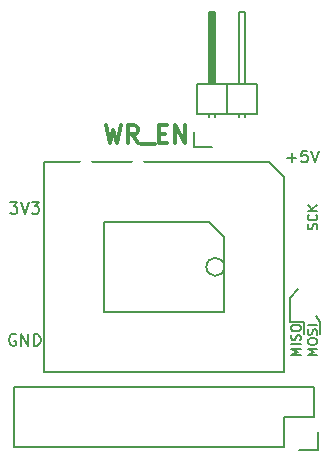
<source format=gbr>
G04 #@! TF.FileFunction,Legend,Top*
%FSLAX46Y46*%
G04 Gerber Fmt 4.6, Leading zero omitted, Abs format (unit mm)*
G04 Created by KiCad (PCBNEW (2015-10-03 BZR 6242)-product) date Sat 14 Nov 2015 03:55:45 PM EET*
%MOMM*%
G01*
G04 APERTURE LIST*
%ADD10C,0.100000*%
%ADD11C,0.200000*%
%ADD12C,0.300000*%
%ADD13C,0.150000*%
%ADD14R,2.432000X1.162000*%
%ADD15R,1.162000X2.432000*%
%ADD16C,2.000000*%
%ADD17C,1.309320*%
%ADD18R,2.432000X2.432000*%
%ADD19O,2.432000X2.432000*%
%ADD20R,2.127200X2.127200*%
%ADD21O,2.127200X2.127200*%
%ADD22R,2.432000X2.127200*%
%ADD23O,2.432000X2.127200*%
%ADD24C,1.900000*%
G04 APERTURE END LIST*
D10*
D11*
X158988286Y-97455029D02*
X159750191Y-97455029D01*
X159369239Y-97835981D02*
X159369239Y-97074076D01*
X160702572Y-96835981D02*
X160226381Y-96835981D01*
X160178762Y-97312171D01*
X160226381Y-97264552D01*
X160321619Y-97216933D01*
X160559715Y-97216933D01*
X160654953Y-97264552D01*
X160702572Y-97312171D01*
X160750191Y-97407410D01*
X160750191Y-97645505D01*
X160702572Y-97740743D01*
X160654953Y-97788362D01*
X160559715Y-97835981D01*
X160321619Y-97835981D01*
X160226381Y-97788362D01*
X160178762Y-97740743D01*
X161035905Y-96835981D02*
X161369238Y-97835981D01*
X161702572Y-96835981D01*
X161798000Y-111379000D02*
X161798000Y-112395000D01*
X161417000Y-110871000D02*
X161798000Y-111379000D01*
X160127905Y-114160143D02*
X159327905Y-114160143D01*
X159899333Y-113893476D01*
X159327905Y-113626809D01*
X160127905Y-113626809D01*
X160127905Y-113245857D02*
X159327905Y-113245857D01*
X160089810Y-112903000D02*
X160127905Y-112788714D01*
X160127905Y-112598238D01*
X160089810Y-112522048D01*
X160051714Y-112483952D01*
X159975524Y-112445857D01*
X159899333Y-112445857D01*
X159823143Y-112483952D01*
X159785048Y-112522048D01*
X159746952Y-112598238D01*
X159708857Y-112750619D01*
X159670762Y-112826810D01*
X159632667Y-112864905D01*
X159556476Y-112903000D01*
X159480286Y-112903000D01*
X159404095Y-112864905D01*
X159366000Y-112826810D01*
X159327905Y-112750619D01*
X159327905Y-112560143D01*
X159366000Y-112445857D01*
X159327905Y-111950619D02*
X159327905Y-111798238D01*
X159366000Y-111722047D01*
X159442190Y-111645857D01*
X159594571Y-111607762D01*
X159861238Y-111607762D01*
X160013619Y-111645857D01*
X160089810Y-111722047D01*
X160127905Y-111798238D01*
X160127905Y-111950619D01*
X160089810Y-112026809D01*
X160013619Y-112103000D01*
X159861238Y-112141095D01*
X159594571Y-112141095D01*
X159442190Y-112103000D01*
X159366000Y-112026809D01*
X159327905Y-111950619D01*
X160401000Y-111379000D02*
X160401000Y-112395000D01*
X159258000Y-111379000D02*
X160401000Y-111379000D01*
X159258000Y-109347000D02*
X159258000Y-111379000D01*
X159893000Y-108585000D02*
X159258000Y-109347000D01*
X161524905Y-114160143D02*
X160724905Y-114160143D01*
X161296333Y-113893476D01*
X160724905Y-113626809D01*
X161524905Y-113626809D01*
X160724905Y-113093476D02*
X160724905Y-112941095D01*
X160763000Y-112864904D01*
X160839190Y-112788714D01*
X160991571Y-112750619D01*
X161258238Y-112750619D01*
X161410619Y-112788714D01*
X161486810Y-112864904D01*
X161524905Y-112941095D01*
X161524905Y-113093476D01*
X161486810Y-113169666D01*
X161410619Y-113245857D01*
X161258238Y-113283952D01*
X160991571Y-113283952D01*
X160839190Y-113245857D01*
X160763000Y-113169666D01*
X160724905Y-113093476D01*
X161486810Y-112445857D02*
X161524905Y-112331571D01*
X161524905Y-112141095D01*
X161486810Y-112064905D01*
X161448714Y-112026809D01*
X161372524Y-111988714D01*
X161296333Y-111988714D01*
X161220143Y-112026809D01*
X161182048Y-112064905D01*
X161143952Y-112141095D01*
X161105857Y-112293476D01*
X161067762Y-112369667D01*
X161029667Y-112407762D01*
X160953476Y-112445857D01*
X160877286Y-112445857D01*
X160801095Y-112407762D01*
X160763000Y-112369667D01*
X160724905Y-112293476D01*
X160724905Y-112103000D01*
X160763000Y-111988714D01*
X161524905Y-111645857D02*
X160724905Y-111645857D01*
X161486810Y-103517571D02*
X161524905Y-103403285D01*
X161524905Y-103212809D01*
X161486810Y-103136619D01*
X161448714Y-103098523D01*
X161372524Y-103060428D01*
X161296333Y-103060428D01*
X161220143Y-103098523D01*
X161182048Y-103136619D01*
X161143952Y-103212809D01*
X161105857Y-103365190D01*
X161067762Y-103441381D01*
X161029667Y-103479476D01*
X160953476Y-103517571D01*
X160877286Y-103517571D01*
X160801095Y-103479476D01*
X160763000Y-103441381D01*
X160724905Y-103365190D01*
X160724905Y-103174714D01*
X160763000Y-103060428D01*
X161448714Y-102260428D02*
X161486810Y-102298523D01*
X161524905Y-102412809D01*
X161524905Y-102488999D01*
X161486810Y-102603285D01*
X161410619Y-102679476D01*
X161334429Y-102717571D01*
X161182048Y-102755666D01*
X161067762Y-102755666D01*
X160915381Y-102717571D01*
X160839190Y-102679476D01*
X160763000Y-102603285D01*
X160724905Y-102488999D01*
X160724905Y-102412809D01*
X160763000Y-102298523D01*
X160801095Y-102260428D01*
X161524905Y-101917571D02*
X160724905Y-101917571D01*
X161524905Y-101460428D02*
X161067762Y-101803285D01*
X160724905Y-101460428D02*
X161182048Y-101917571D01*
X136017096Y-112403000D02*
X135921858Y-112355381D01*
X135779001Y-112355381D01*
X135636143Y-112403000D01*
X135540905Y-112498238D01*
X135493286Y-112593476D01*
X135445667Y-112783952D01*
X135445667Y-112926810D01*
X135493286Y-113117286D01*
X135540905Y-113212524D01*
X135636143Y-113307762D01*
X135779001Y-113355381D01*
X135874239Y-113355381D01*
X136017096Y-113307762D01*
X136064715Y-113260143D01*
X136064715Y-112926810D01*
X135874239Y-112926810D01*
X136493286Y-113355381D02*
X136493286Y-112355381D01*
X137064715Y-113355381D01*
X137064715Y-112355381D01*
X137540905Y-113355381D02*
X137540905Y-112355381D01*
X137779000Y-112355381D01*
X137921858Y-112403000D01*
X138017096Y-112498238D01*
X138064715Y-112593476D01*
X138112334Y-112783952D01*
X138112334Y-112926810D01*
X138064715Y-113117286D01*
X138017096Y-113212524D01*
X137921858Y-113307762D01*
X137779000Y-113355381D01*
X137540905Y-113355381D01*
X135540905Y-101179381D02*
X136159953Y-101179381D01*
X135826619Y-101560333D01*
X135969477Y-101560333D01*
X136064715Y-101607952D01*
X136112334Y-101655571D01*
X136159953Y-101750810D01*
X136159953Y-101988905D01*
X136112334Y-102084143D01*
X136064715Y-102131762D01*
X135969477Y-102179381D01*
X135683762Y-102179381D01*
X135588524Y-102131762D01*
X135540905Y-102084143D01*
X136445667Y-101179381D02*
X136779000Y-102179381D01*
X137112334Y-101179381D01*
X137350429Y-101179381D02*
X137969477Y-101179381D01*
X137636143Y-101560333D01*
X137779001Y-101560333D01*
X137874239Y-101607952D01*
X137921858Y-101655571D01*
X137969477Y-101750810D01*
X137969477Y-101988905D01*
X137921858Y-102084143D01*
X137874239Y-102131762D01*
X137779001Y-102179381D01*
X137493286Y-102179381D01*
X137398048Y-102131762D01*
X137350429Y-102084143D01*
D12*
X143637429Y-94682571D02*
X143994572Y-96182571D01*
X144280286Y-95111143D01*
X144566000Y-96182571D01*
X144923143Y-94682571D01*
X146351715Y-96182571D02*
X145851715Y-95468286D01*
X145494572Y-96182571D02*
X145494572Y-94682571D01*
X146066000Y-94682571D01*
X146208858Y-94754000D01*
X146280286Y-94825429D01*
X146351715Y-94968286D01*
X146351715Y-95182571D01*
X146280286Y-95325429D01*
X146208858Y-95396857D01*
X146066000Y-95468286D01*
X145494572Y-95468286D01*
X146637429Y-96325429D02*
X147780286Y-96325429D01*
X148137429Y-95396857D02*
X148637429Y-95396857D01*
X148851715Y-96182571D02*
X148137429Y-96182571D01*
X148137429Y-94682571D01*
X148851715Y-94682571D01*
X149494572Y-96182571D02*
X149494572Y-94682571D01*
X150351715Y-96182571D01*
X150351715Y-94682571D01*
D13*
X153670000Y-106680000D02*
G75*
G03X153670000Y-106680000I-762000J0D01*
G01*
X153670000Y-110490000D02*
X153670000Y-104140000D01*
X153670000Y-104140000D02*
X152400000Y-102870000D01*
X152400000Y-102870000D02*
X143510000Y-102870000D01*
X143510000Y-102870000D02*
X143510000Y-110490000D01*
X143510000Y-110490000D02*
X153670000Y-110490000D01*
X155575000Y-115570000D02*
X138430000Y-115570000D01*
X138430000Y-115570000D02*
X138430000Y-97790000D01*
X138430000Y-97790000D02*
X157480000Y-97790000D01*
X157480000Y-97790000D02*
X158750000Y-99060000D01*
X158750000Y-99060000D02*
X158750000Y-115570000D01*
X158750000Y-115570000D02*
X155575000Y-115570000D01*
X151104000Y-96550000D02*
X152654000Y-96550000D01*
X151104000Y-95250000D02*
X151104000Y-96550000D01*
X152527000Y-91059000D02*
X152527000Y-85217000D01*
X152527000Y-85217000D02*
X152781000Y-85217000D01*
X152781000Y-85217000D02*
X152781000Y-91059000D01*
X152781000Y-91059000D02*
X152654000Y-91059000D01*
X152654000Y-91059000D02*
X152654000Y-85217000D01*
X152400000Y-93726000D02*
X152400000Y-94107000D01*
X152908000Y-93726000D02*
X152908000Y-94107000D01*
X154940000Y-93726000D02*
X154940000Y-94107000D01*
X155448000Y-93726000D02*
X155448000Y-94107000D01*
X151384000Y-93726000D02*
X151384000Y-91186000D01*
X153924000Y-93726000D02*
X153924000Y-91186000D01*
X153924000Y-93726000D02*
X156464000Y-93726000D01*
X156464000Y-93726000D02*
X156464000Y-91186000D01*
X154940000Y-91186000D02*
X154940000Y-85090000D01*
X154940000Y-85090000D02*
X155448000Y-85090000D01*
X155448000Y-85090000D02*
X155448000Y-91186000D01*
X156464000Y-91186000D02*
X153924000Y-91186000D01*
X153924000Y-91186000D02*
X151384000Y-91186000D01*
X152908000Y-85090000D02*
X152908000Y-91186000D01*
X152400000Y-85090000D02*
X152908000Y-85090000D01*
X152400000Y-91186000D02*
X152400000Y-85090000D01*
X153924000Y-93726000D02*
X153924000Y-91186000D01*
X151384000Y-93726000D02*
X153924000Y-93726000D01*
X135890000Y-116840000D02*
X161290000Y-116840000D01*
X158750000Y-121920000D02*
X135890000Y-121920000D01*
X135890000Y-116840000D02*
X135890000Y-121920000D01*
X161290000Y-116840000D02*
X161290000Y-119380000D01*
X160020000Y-122200000D02*
X161570000Y-122200000D01*
X161290000Y-119380000D02*
X158750000Y-119380000D01*
X158750000Y-119380000D02*
X158750000Y-121920000D01*
X161570000Y-122200000D02*
X161570000Y-120650000D01*
%LPC*%
D14*
X155575000Y-106680000D03*
X155575000Y-105410000D03*
X155575000Y-104140000D03*
X155575000Y-102870000D03*
D15*
X153670000Y-100965000D03*
X152400000Y-100965000D03*
X151130000Y-100965000D03*
X149860000Y-100965000D03*
X148590000Y-100965000D03*
X147320000Y-100965000D03*
X146050000Y-100965000D03*
X144780000Y-100965000D03*
X143510000Y-100965000D03*
D14*
X141605000Y-102870000D03*
X141605000Y-104140000D03*
X141605000Y-105410000D03*
X141605000Y-106680000D03*
X141605000Y-107950000D03*
X141605000Y-109220000D03*
X141605000Y-110490000D03*
D15*
X143510000Y-112395000D03*
X144780000Y-112395000D03*
X146050000Y-112395000D03*
X147320000Y-112395000D03*
X148590000Y-112395000D03*
X149860000Y-112395000D03*
X151130000Y-112395000D03*
X152400000Y-112395000D03*
X153670000Y-112395000D03*
D14*
X155575000Y-110490000D03*
X155575000Y-109220000D03*
X155575000Y-107950000D03*
D16*
X160528000Y-107569000D03*
X160528000Y-110109000D03*
X160528000Y-105029000D03*
D17*
X141945360Y-98264040D03*
X146344640Y-98264040D03*
D18*
X152654000Y-95250000D03*
D19*
X155194000Y-95250000D03*
D20*
X160020000Y-120650000D03*
D21*
X160020000Y-118110000D03*
X157480000Y-120650000D03*
X157480000Y-118110000D03*
X154940000Y-120650000D03*
X154940000Y-118110000D03*
X152400000Y-120650000D03*
X152400000Y-118110000D03*
X149860000Y-120650000D03*
X149860000Y-118110000D03*
X147320000Y-120650000D03*
X147320000Y-118110000D03*
X144780000Y-120650000D03*
X144780000Y-118110000D03*
X142240000Y-120650000D03*
X142240000Y-118110000D03*
X139700000Y-120650000D03*
X139700000Y-118110000D03*
X137160000Y-120650000D03*
X137160000Y-118110000D03*
D22*
X136779000Y-103505000D03*
D23*
X136779000Y-106045000D03*
X136779000Y-108585000D03*
X136779000Y-111125000D03*
D24*
X160528000Y-115316000D03*
X160528000Y-98958400D03*
M02*

</source>
